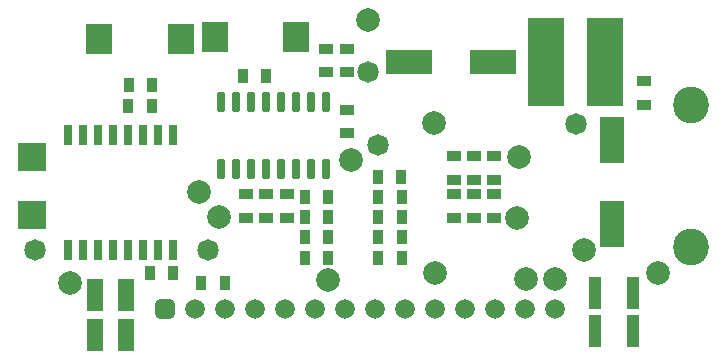
<source format=gbr>
%TF.GenerationSoftware,Altium Limited,Altium Designer,24.7.2 (38)*%
G04 Layer_Color=16711935*
%FSLAX43Y43*%
%MOMM*%
%TF.SameCoordinates,A6C98B59-F63B-4C8E-8392-574C2285590F*%
%TF.FilePolarity,Negative*%
%TF.FileFunction,Soldermask,Bot*%
%TF.Part,Single*%
G01*
G75*
%TA.AperFunction,SMDPad,CuDef*%
%ADD23R,4.000X2.000*%
%ADD27R,1.403X2.804*%
%ADD29R,2.000X4.000*%
%ADD32R,1.000X2.800*%
%ADD40R,2.220X2.520*%
%ADD41R,0.830X1.280*%
%ADD42R,0.770X1.670*%
%ADD43R,2.420X2.420*%
G04:AMPARAMS|DCode=44|XSize=0.67mm|YSize=1.67mm|CornerRadius=0.059mm|HoleSize=0mm|Usage=FLASHONLY|Rotation=0.000|XOffset=0mm|YOffset=0mm|HoleType=Round|Shape=RoundedRectangle|*
%AMROUNDEDRECTD44*
21,1,0.670,1.553,0,0,0.0*
21,1,0.553,1.670,0,0,0.0*
1,1,0.118,0.276,-0.776*
1,1,0.118,-0.276,-0.776*
1,1,0.118,-0.276,0.776*
1,1,0.118,0.276,0.776*
%
%ADD44ROUNDEDRECTD44*%
%ADD45R,1.280X0.830*%
%ADD46R,3.020X7.520*%
%TA.AperFunction,ComponentPad*%
%ADD47C,2.003*%
%ADD48C,1.820*%
%ADD49O,3.020X3.120*%
%ADD50C,1.670*%
G04:AMPARAMS|DCode=51|XSize=1.67mm|YSize=1.67mm|CornerRadius=0.422mm|HoleSize=0mm|Usage=FLASHONLY|Rotation=180.000|XOffset=0mm|YOffset=0mm|HoleType=Round|Shape=RoundedRectangle|*
%AMROUNDEDRECTD51*
21,1,1.670,0.825,0,0,180.0*
21,1,0.825,1.670,0,0,180.0*
1,1,0.845,-0.413,0.413*
1,1,0.845,0.413,0.413*
1,1,0.845,0.413,-0.413*
1,1,0.845,-0.413,-0.413*
%
%ADD51ROUNDEDRECTD51*%
D23*
X41200Y25075D02*
D03*
X34100D02*
D03*
D27*
X10148Y5275D02*
D03*
X7548D02*
D03*
X7525Y1939D02*
D03*
X10125D02*
D03*
D29*
X51325Y11350D02*
D03*
Y18450D02*
D03*
D32*
X53050Y5475D02*
D03*
X49850D02*
D03*
Y2225D02*
D03*
X53050D02*
D03*
D40*
X14798Y27000D02*
D03*
X7898D02*
D03*
X24557Y27125D02*
D03*
X17657D02*
D03*
D41*
X12375Y23075D02*
D03*
X10375D02*
D03*
X12348Y21300D02*
D03*
X10348D02*
D03*
X12170Y7150D02*
D03*
X14170D02*
D03*
X31475Y15312D02*
D03*
X33475D02*
D03*
X31498Y8475D02*
D03*
X33498D02*
D03*
X33498Y13650D02*
D03*
X31498D02*
D03*
X31498Y11916D02*
D03*
X33498D02*
D03*
X33498Y10200D02*
D03*
X31498D02*
D03*
X16525Y6350D02*
D03*
X18525D02*
D03*
X20028Y23850D02*
D03*
X22028D02*
D03*
X27300Y8475D02*
D03*
X25300D02*
D03*
X25301Y10200D02*
D03*
X27301D02*
D03*
X27301Y13627D02*
D03*
X25301D02*
D03*
X25301Y11916D02*
D03*
X27301D02*
D03*
D42*
X14145Y9150D02*
D03*
X12875D02*
D03*
X11605D02*
D03*
X10335D02*
D03*
X9065D02*
D03*
X7795D02*
D03*
X6525D02*
D03*
X5255D02*
D03*
Y18850D02*
D03*
X6525D02*
D03*
X7795D02*
D03*
X9065D02*
D03*
X10335D02*
D03*
X11605D02*
D03*
X12875D02*
D03*
X14145D02*
D03*
D43*
X2167Y17000D02*
D03*
Y12119D02*
D03*
D44*
X27102Y15996D02*
D03*
X25832D02*
D03*
X24562D02*
D03*
X23292D02*
D03*
X22022D02*
D03*
X20752D02*
D03*
X19482D02*
D03*
X18212D02*
D03*
X27102Y21646D02*
D03*
X25832D02*
D03*
X24562D02*
D03*
X23292D02*
D03*
X22022D02*
D03*
X20752D02*
D03*
X19482D02*
D03*
X18212D02*
D03*
D45*
X37906Y13829D02*
D03*
Y11829D02*
D03*
X27096Y26175D02*
D03*
Y24175D02*
D03*
X28850Y26175D02*
D03*
Y24175D02*
D03*
X28834Y19007D02*
D03*
Y21007D02*
D03*
X54000Y21425D02*
D03*
Y23425D02*
D03*
X41350Y17060D02*
D03*
Y15060D02*
D03*
X37906Y17060D02*
D03*
Y15060D02*
D03*
X39626Y13829D02*
D03*
Y11829D02*
D03*
X20301Y13865D02*
D03*
Y11865D02*
D03*
X22032Y11865D02*
D03*
Y13865D02*
D03*
X39625Y17060D02*
D03*
Y15060D02*
D03*
X41350Y13829D02*
D03*
Y11829D02*
D03*
X23757Y11868D02*
D03*
Y13868D02*
D03*
D46*
X45700Y25075D02*
D03*
X50700D02*
D03*
D47*
X27301Y6575D02*
D03*
X30687Y28575D02*
D03*
X46510Y6691D02*
D03*
X5450Y6350D02*
D03*
X43421Y17035D02*
D03*
X55175Y7150D02*
D03*
X48939Y9100D02*
D03*
X36251Y19850D02*
D03*
X36350Y7150D02*
D03*
X18042Y11916D02*
D03*
X16308Y14050D02*
D03*
X29200Y16727D02*
D03*
X43275Y11829D02*
D03*
X44000Y6691D02*
D03*
D48*
X2426Y9150D02*
D03*
X31475Y18029D02*
D03*
X17061Y9150D02*
D03*
X48225Y19800D02*
D03*
X30625Y24175D02*
D03*
D49*
X58000Y9400D02*
D03*
Y21400D02*
D03*
D50*
X26190Y4120D02*
D03*
X23650D02*
D03*
X21110D02*
D03*
X16030D02*
D03*
X18570D02*
D03*
X28730D02*
D03*
X31270D02*
D03*
X33810D02*
D03*
X36350D02*
D03*
X38890D02*
D03*
X41430D02*
D03*
X43970D02*
D03*
X46510D02*
D03*
D51*
X13490D02*
D03*
%TF.MD5,ee1d38351b41e75ef9a24417d55513aa*%
M02*

</source>
